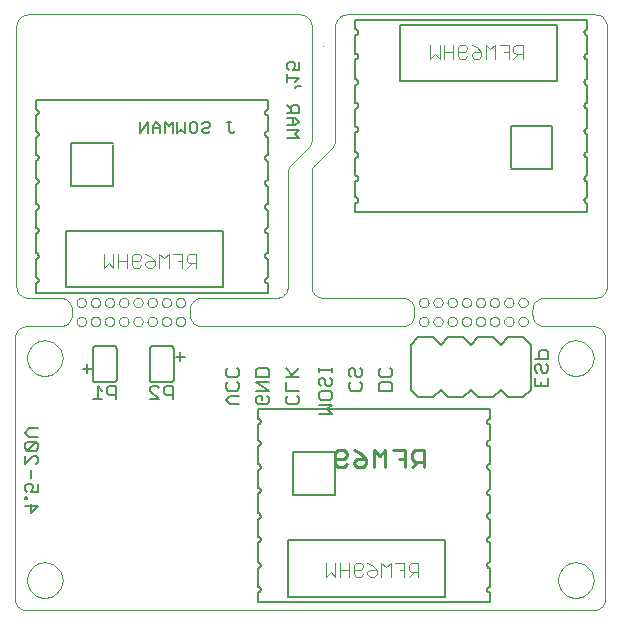
<source format=gbo>
G75*
%MOIN*%
%OFA0B0*%
%FSLAX24Y24*%
%IPPOS*%
%LPD*%
%AMOC8*
5,1,8,0,0,1.08239X$1,22.5*
%
%ADD10C,0.0000*%
%ADD11C,0.0070*%
%ADD12C,0.0110*%
%ADD13C,0.0080*%
%ADD14C,0.0050*%
%ADD15C,0.0040*%
%ADD16C,0.0060*%
D10*
X003717Y001725D02*
X003717Y010398D01*
X003719Y010437D01*
X003725Y010475D01*
X003734Y010512D01*
X003747Y010549D01*
X003764Y010584D01*
X003783Y010617D01*
X003806Y010648D01*
X003832Y010677D01*
X003861Y010703D01*
X003892Y010726D01*
X003925Y010745D01*
X003960Y010762D01*
X003997Y010775D01*
X004034Y010784D01*
X004072Y010790D01*
X004111Y010792D01*
X005225Y010792D01*
X005225Y010791D02*
X005264Y010793D01*
X005302Y010799D01*
X005339Y010808D01*
X005376Y010821D01*
X005411Y010838D01*
X005444Y010857D01*
X005475Y010880D01*
X005504Y010906D01*
X005530Y010935D01*
X005553Y010966D01*
X005572Y010999D01*
X005589Y011034D01*
X005602Y011071D01*
X005611Y011108D01*
X005617Y011146D01*
X005619Y011185D01*
X005618Y011185D02*
X005618Y011264D01*
X005619Y011342D01*
X005776Y011579D02*
X005778Y011604D01*
X005784Y011628D01*
X005793Y011650D01*
X005806Y011671D01*
X005822Y011690D01*
X005841Y011706D01*
X005862Y011719D01*
X005884Y011728D01*
X005908Y011734D01*
X005933Y011736D01*
X005958Y011734D01*
X005982Y011728D01*
X006004Y011719D01*
X006025Y011706D01*
X006044Y011690D01*
X006060Y011671D01*
X006073Y011650D01*
X006082Y011628D01*
X006088Y011604D01*
X006090Y011579D01*
X006088Y011554D01*
X006082Y011530D01*
X006073Y011508D01*
X006060Y011487D01*
X006044Y011468D01*
X006025Y011452D01*
X006004Y011439D01*
X005982Y011430D01*
X005958Y011424D01*
X005933Y011422D01*
X005908Y011424D01*
X005884Y011430D01*
X005862Y011439D01*
X005841Y011452D01*
X005822Y011468D01*
X005806Y011487D01*
X005793Y011508D01*
X005784Y011530D01*
X005778Y011554D01*
X005776Y011579D01*
X005225Y011736D02*
X004161Y011736D01*
X004122Y011738D01*
X004084Y011744D01*
X004047Y011753D01*
X004010Y011766D01*
X003975Y011783D01*
X003942Y011802D01*
X003911Y011825D01*
X003882Y011851D01*
X003856Y011880D01*
X003833Y011911D01*
X003814Y011944D01*
X003797Y011979D01*
X003784Y012016D01*
X003775Y012053D01*
X003769Y012091D01*
X003767Y012130D01*
X003767Y020791D01*
X003769Y020830D01*
X003775Y020868D01*
X003784Y020905D01*
X003797Y020942D01*
X003814Y020977D01*
X003833Y021010D01*
X003856Y021041D01*
X003882Y021070D01*
X003911Y021096D01*
X003942Y021119D01*
X003975Y021138D01*
X004010Y021155D01*
X004047Y021168D01*
X004084Y021177D01*
X004122Y021183D01*
X004161Y021185D01*
X013216Y021185D01*
X013254Y021183D01*
X013293Y021177D01*
X013330Y021168D01*
X013366Y021155D01*
X013401Y021139D01*
X013435Y021119D01*
X013466Y021096D01*
X013494Y021070D01*
X013520Y021041D01*
X013543Y021010D01*
X013563Y020977D01*
X013580Y020942D01*
X013593Y020906D01*
X013602Y020869D01*
X013608Y020831D01*
X013610Y020792D01*
X013609Y020792D02*
X013611Y017017D01*
X013495Y016739D02*
X012939Y016183D01*
X012823Y015904D02*
X012823Y015004D01*
X012822Y012130D01*
X012822Y012129D02*
X012820Y012091D01*
X012814Y012053D01*
X012804Y012016D01*
X012791Y011979D01*
X012775Y011944D01*
X012755Y011911D01*
X012732Y011881D01*
X012706Y011852D01*
X012677Y011826D01*
X012647Y011803D01*
X012613Y011783D01*
X012579Y011767D01*
X012542Y011754D01*
X012505Y011744D01*
X012467Y011738D01*
X012428Y011736D01*
X009949Y011737D01*
X009910Y011735D01*
X009872Y011729D01*
X009835Y011720D01*
X009798Y011707D01*
X009763Y011690D01*
X009730Y011671D01*
X009699Y011648D01*
X009670Y011622D01*
X009644Y011593D01*
X009621Y011562D01*
X009602Y011529D01*
X009585Y011494D01*
X009572Y011457D01*
X009563Y011420D01*
X009557Y011382D01*
X009555Y011343D01*
X009555Y011225D01*
X009555Y011185D01*
X009084Y010949D02*
X009086Y010974D01*
X009092Y010998D01*
X009101Y011020D01*
X009114Y011041D01*
X009130Y011060D01*
X009149Y011076D01*
X009170Y011089D01*
X009192Y011098D01*
X009216Y011104D01*
X009241Y011106D01*
X009266Y011104D01*
X009290Y011098D01*
X009312Y011089D01*
X009333Y011076D01*
X009352Y011060D01*
X009368Y011041D01*
X009381Y011020D01*
X009390Y010998D01*
X009396Y010974D01*
X009398Y010949D01*
X009396Y010924D01*
X009390Y010900D01*
X009381Y010878D01*
X009368Y010857D01*
X009352Y010838D01*
X009333Y010822D01*
X009312Y010809D01*
X009290Y010800D01*
X009266Y010794D01*
X009241Y010792D01*
X009216Y010794D01*
X009192Y010800D01*
X009170Y010809D01*
X009149Y010822D01*
X009130Y010838D01*
X009114Y010857D01*
X009101Y010878D01*
X009092Y010900D01*
X009086Y010924D01*
X009084Y010949D01*
X008611Y010949D02*
X008613Y010974D01*
X008619Y010998D01*
X008628Y011020D01*
X008641Y011041D01*
X008657Y011060D01*
X008676Y011076D01*
X008697Y011089D01*
X008719Y011098D01*
X008743Y011104D01*
X008768Y011106D01*
X008793Y011104D01*
X008817Y011098D01*
X008839Y011089D01*
X008860Y011076D01*
X008879Y011060D01*
X008895Y011041D01*
X008908Y011020D01*
X008917Y010998D01*
X008923Y010974D01*
X008925Y010949D01*
X008923Y010924D01*
X008917Y010900D01*
X008908Y010878D01*
X008895Y010857D01*
X008879Y010838D01*
X008860Y010822D01*
X008839Y010809D01*
X008817Y010800D01*
X008793Y010794D01*
X008768Y010792D01*
X008743Y010794D01*
X008719Y010800D01*
X008697Y010809D01*
X008676Y010822D01*
X008657Y010838D01*
X008641Y010857D01*
X008628Y010878D01*
X008619Y010900D01*
X008613Y010924D01*
X008611Y010949D01*
X008139Y010949D02*
X008141Y010974D01*
X008147Y010998D01*
X008156Y011020D01*
X008169Y011041D01*
X008185Y011060D01*
X008204Y011076D01*
X008225Y011089D01*
X008247Y011098D01*
X008271Y011104D01*
X008296Y011106D01*
X008321Y011104D01*
X008345Y011098D01*
X008367Y011089D01*
X008388Y011076D01*
X008407Y011060D01*
X008423Y011041D01*
X008436Y011020D01*
X008445Y010998D01*
X008451Y010974D01*
X008453Y010949D01*
X008451Y010924D01*
X008445Y010900D01*
X008436Y010878D01*
X008423Y010857D01*
X008407Y010838D01*
X008388Y010822D01*
X008367Y010809D01*
X008345Y010800D01*
X008321Y010794D01*
X008296Y010792D01*
X008271Y010794D01*
X008247Y010800D01*
X008225Y010809D01*
X008204Y010822D01*
X008185Y010838D01*
X008169Y010857D01*
X008156Y010878D01*
X008147Y010900D01*
X008141Y010924D01*
X008139Y010949D01*
X007666Y010949D02*
X007668Y010974D01*
X007674Y010998D01*
X007683Y011020D01*
X007696Y011041D01*
X007712Y011060D01*
X007731Y011076D01*
X007752Y011089D01*
X007774Y011098D01*
X007798Y011104D01*
X007823Y011106D01*
X007848Y011104D01*
X007872Y011098D01*
X007894Y011089D01*
X007915Y011076D01*
X007934Y011060D01*
X007950Y011041D01*
X007963Y011020D01*
X007972Y010998D01*
X007978Y010974D01*
X007980Y010949D01*
X007978Y010924D01*
X007972Y010900D01*
X007963Y010878D01*
X007950Y010857D01*
X007934Y010838D01*
X007915Y010822D01*
X007894Y010809D01*
X007872Y010800D01*
X007848Y010794D01*
X007823Y010792D01*
X007798Y010794D01*
X007774Y010800D01*
X007752Y010809D01*
X007731Y010822D01*
X007712Y010838D01*
X007696Y010857D01*
X007683Y010878D01*
X007674Y010900D01*
X007668Y010924D01*
X007666Y010949D01*
X007194Y010949D02*
X007196Y010974D01*
X007202Y010998D01*
X007211Y011020D01*
X007224Y011041D01*
X007240Y011060D01*
X007259Y011076D01*
X007280Y011089D01*
X007302Y011098D01*
X007326Y011104D01*
X007351Y011106D01*
X007376Y011104D01*
X007400Y011098D01*
X007422Y011089D01*
X007443Y011076D01*
X007462Y011060D01*
X007478Y011041D01*
X007491Y011020D01*
X007500Y010998D01*
X007506Y010974D01*
X007508Y010949D01*
X007506Y010924D01*
X007500Y010900D01*
X007491Y010878D01*
X007478Y010857D01*
X007462Y010838D01*
X007443Y010822D01*
X007422Y010809D01*
X007400Y010800D01*
X007376Y010794D01*
X007351Y010792D01*
X007326Y010794D01*
X007302Y010800D01*
X007280Y010809D01*
X007259Y010822D01*
X007240Y010838D01*
X007224Y010857D01*
X007211Y010878D01*
X007202Y010900D01*
X007196Y010924D01*
X007194Y010949D01*
X006721Y010949D02*
X006723Y010974D01*
X006729Y010998D01*
X006738Y011020D01*
X006751Y011041D01*
X006767Y011060D01*
X006786Y011076D01*
X006807Y011089D01*
X006829Y011098D01*
X006853Y011104D01*
X006878Y011106D01*
X006903Y011104D01*
X006927Y011098D01*
X006949Y011089D01*
X006970Y011076D01*
X006989Y011060D01*
X007005Y011041D01*
X007018Y011020D01*
X007027Y010998D01*
X007033Y010974D01*
X007035Y010949D01*
X007033Y010924D01*
X007027Y010900D01*
X007018Y010878D01*
X007005Y010857D01*
X006989Y010838D01*
X006970Y010822D01*
X006949Y010809D01*
X006927Y010800D01*
X006903Y010794D01*
X006878Y010792D01*
X006853Y010794D01*
X006829Y010800D01*
X006807Y010809D01*
X006786Y010822D01*
X006767Y010838D01*
X006751Y010857D01*
X006738Y010878D01*
X006729Y010900D01*
X006723Y010924D01*
X006721Y010949D01*
X006249Y010949D02*
X006251Y010974D01*
X006257Y010998D01*
X006266Y011020D01*
X006279Y011041D01*
X006295Y011060D01*
X006314Y011076D01*
X006335Y011089D01*
X006357Y011098D01*
X006381Y011104D01*
X006406Y011106D01*
X006431Y011104D01*
X006455Y011098D01*
X006477Y011089D01*
X006498Y011076D01*
X006517Y011060D01*
X006533Y011041D01*
X006546Y011020D01*
X006555Y010998D01*
X006561Y010974D01*
X006563Y010949D01*
X006561Y010924D01*
X006555Y010900D01*
X006546Y010878D01*
X006533Y010857D01*
X006517Y010838D01*
X006498Y010822D01*
X006477Y010809D01*
X006455Y010800D01*
X006431Y010794D01*
X006406Y010792D01*
X006381Y010794D01*
X006357Y010800D01*
X006335Y010809D01*
X006314Y010822D01*
X006295Y010838D01*
X006279Y010857D01*
X006266Y010878D01*
X006257Y010900D01*
X006251Y010924D01*
X006249Y010949D01*
X005776Y010949D02*
X005778Y010974D01*
X005784Y010998D01*
X005793Y011020D01*
X005806Y011041D01*
X005822Y011060D01*
X005841Y011076D01*
X005862Y011089D01*
X005884Y011098D01*
X005908Y011104D01*
X005933Y011106D01*
X005958Y011104D01*
X005982Y011098D01*
X006004Y011089D01*
X006025Y011076D01*
X006044Y011060D01*
X006060Y011041D01*
X006073Y011020D01*
X006082Y010998D01*
X006088Y010974D01*
X006090Y010949D01*
X006088Y010924D01*
X006082Y010900D01*
X006073Y010878D01*
X006060Y010857D01*
X006044Y010838D01*
X006025Y010822D01*
X006004Y010809D01*
X005982Y010800D01*
X005958Y010794D01*
X005933Y010792D01*
X005908Y010794D01*
X005884Y010800D01*
X005862Y010809D01*
X005841Y010822D01*
X005822Y010838D01*
X005806Y010857D01*
X005793Y010878D01*
X005784Y010900D01*
X005778Y010924D01*
X005776Y010949D01*
X005619Y011343D02*
X005617Y011381D01*
X005611Y011420D01*
X005602Y011457D01*
X005589Y011494D01*
X005573Y011529D01*
X005553Y011562D01*
X005530Y011593D01*
X005504Y011622D01*
X005475Y011648D01*
X005444Y011671D01*
X005411Y011690D01*
X005376Y011707D01*
X005339Y011720D01*
X005302Y011729D01*
X005264Y011735D01*
X005225Y011737D01*
X006249Y011579D02*
X006251Y011604D01*
X006257Y011628D01*
X006266Y011650D01*
X006279Y011671D01*
X006295Y011690D01*
X006314Y011706D01*
X006335Y011719D01*
X006357Y011728D01*
X006381Y011734D01*
X006406Y011736D01*
X006431Y011734D01*
X006455Y011728D01*
X006477Y011719D01*
X006498Y011706D01*
X006517Y011690D01*
X006533Y011671D01*
X006546Y011650D01*
X006555Y011628D01*
X006561Y011604D01*
X006563Y011579D01*
X006561Y011554D01*
X006555Y011530D01*
X006546Y011508D01*
X006533Y011487D01*
X006517Y011468D01*
X006498Y011452D01*
X006477Y011439D01*
X006455Y011430D01*
X006431Y011424D01*
X006406Y011422D01*
X006381Y011424D01*
X006357Y011430D01*
X006335Y011439D01*
X006314Y011452D01*
X006295Y011468D01*
X006279Y011487D01*
X006266Y011508D01*
X006257Y011530D01*
X006251Y011554D01*
X006249Y011579D01*
X006721Y011579D02*
X006723Y011604D01*
X006729Y011628D01*
X006738Y011650D01*
X006751Y011671D01*
X006767Y011690D01*
X006786Y011706D01*
X006807Y011719D01*
X006829Y011728D01*
X006853Y011734D01*
X006878Y011736D01*
X006903Y011734D01*
X006927Y011728D01*
X006949Y011719D01*
X006970Y011706D01*
X006989Y011690D01*
X007005Y011671D01*
X007018Y011650D01*
X007027Y011628D01*
X007033Y011604D01*
X007035Y011579D01*
X007033Y011554D01*
X007027Y011530D01*
X007018Y011508D01*
X007005Y011487D01*
X006989Y011468D01*
X006970Y011452D01*
X006949Y011439D01*
X006927Y011430D01*
X006903Y011424D01*
X006878Y011422D01*
X006853Y011424D01*
X006829Y011430D01*
X006807Y011439D01*
X006786Y011452D01*
X006767Y011468D01*
X006751Y011487D01*
X006738Y011508D01*
X006729Y011530D01*
X006723Y011554D01*
X006721Y011579D01*
X007194Y011579D02*
X007196Y011604D01*
X007202Y011628D01*
X007211Y011650D01*
X007224Y011671D01*
X007240Y011690D01*
X007259Y011706D01*
X007280Y011719D01*
X007302Y011728D01*
X007326Y011734D01*
X007351Y011736D01*
X007376Y011734D01*
X007400Y011728D01*
X007422Y011719D01*
X007443Y011706D01*
X007462Y011690D01*
X007478Y011671D01*
X007491Y011650D01*
X007500Y011628D01*
X007506Y011604D01*
X007508Y011579D01*
X007506Y011554D01*
X007500Y011530D01*
X007491Y011508D01*
X007478Y011487D01*
X007462Y011468D01*
X007443Y011452D01*
X007422Y011439D01*
X007400Y011430D01*
X007376Y011424D01*
X007351Y011422D01*
X007326Y011424D01*
X007302Y011430D01*
X007280Y011439D01*
X007259Y011452D01*
X007240Y011468D01*
X007224Y011487D01*
X007211Y011508D01*
X007202Y011530D01*
X007196Y011554D01*
X007194Y011579D01*
X007666Y011579D02*
X007668Y011604D01*
X007674Y011628D01*
X007683Y011650D01*
X007696Y011671D01*
X007712Y011690D01*
X007731Y011706D01*
X007752Y011719D01*
X007774Y011728D01*
X007798Y011734D01*
X007823Y011736D01*
X007848Y011734D01*
X007872Y011728D01*
X007894Y011719D01*
X007915Y011706D01*
X007934Y011690D01*
X007950Y011671D01*
X007963Y011650D01*
X007972Y011628D01*
X007978Y011604D01*
X007980Y011579D01*
X007978Y011554D01*
X007972Y011530D01*
X007963Y011508D01*
X007950Y011487D01*
X007934Y011468D01*
X007915Y011452D01*
X007894Y011439D01*
X007872Y011430D01*
X007848Y011424D01*
X007823Y011422D01*
X007798Y011424D01*
X007774Y011430D01*
X007752Y011439D01*
X007731Y011452D01*
X007712Y011468D01*
X007696Y011487D01*
X007683Y011508D01*
X007674Y011530D01*
X007668Y011554D01*
X007666Y011579D01*
X008139Y011579D02*
X008141Y011604D01*
X008147Y011628D01*
X008156Y011650D01*
X008169Y011671D01*
X008185Y011690D01*
X008204Y011706D01*
X008225Y011719D01*
X008247Y011728D01*
X008271Y011734D01*
X008296Y011736D01*
X008321Y011734D01*
X008345Y011728D01*
X008367Y011719D01*
X008388Y011706D01*
X008407Y011690D01*
X008423Y011671D01*
X008436Y011650D01*
X008445Y011628D01*
X008451Y011604D01*
X008453Y011579D01*
X008451Y011554D01*
X008445Y011530D01*
X008436Y011508D01*
X008423Y011487D01*
X008407Y011468D01*
X008388Y011452D01*
X008367Y011439D01*
X008345Y011430D01*
X008321Y011424D01*
X008296Y011422D01*
X008271Y011424D01*
X008247Y011430D01*
X008225Y011439D01*
X008204Y011452D01*
X008185Y011468D01*
X008169Y011487D01*
X008156Y011508D01*
X008147Y011530D01*
X008141Y011554D01*
X008139Y011579D01*
X008611Y011579D02*
X008613Y011604D01*
X008619Y011628D01*
X008628Y011650D01*
X008641Y011671D01*
X008657Y011690D01*
X008676Y011706D01*
X008697Y011719D01*
X008719Y011728D01*
X008743Y011734D01*
X008768Y011736D01*
X008793Y011734D01*
X008817Y011728D01*
X008839Y011719D01*
X008860Y011706D01*
X008879Y011690D01*
X008895Y011671D01*
X008908Y011650D01*
X008917Y011628D01*
X008923Y011604D01*
X008925Y011579D01*
X008923Y011554D01*
X008917Y011530D01*
X008908Y011508D01*
X008895Y011487D01*
X008879Y011468D01*
X008860Y011452D01*
X008839Y011439D01*
X008817Y011430D01*
X008793Y011424D01*
X008768Y011422D01*
X008743Y011424D01*
X008719Y011430D01*
X008697Y011439D01*
X008676Y011452D01*
X008657Y011468D01*
X008641Y011487D01*
X008628Y011508D01*
X008619Y011530D01*
X008613Y011554D01*
X008611Y011579D01*
X009084Y011579D02*
X009086Y011604D01*
X009092Y011628D01*
X009101Y011650D01*
X009114Y011671D01*
X009130Y011690D01*
X009149Y011706D01*
X009170Y011719D01*
X009192Y011728D01*
X009216Y011734D01*
X009241Y011736D01*
X009266Y011734D01*
X009290Y011728D01*
X009312Y011719D01*
X009333Y011706D01*
X009352Y011690D01*
X009368Y011671D01*
X009381Y011650D01*
X009390Y011628D01*
X009396Y011604D01*
X009398Y011579D01*
X009396Y011554D01*
X009390Y011530D01*
X009381Y011508D01*
X009368Y011487D01*
X009352Y011468D01*
X009333Y011452D01*
X009312Y011439D01*
X009290Y011430D01*
X009266Y011424D01*
X009241Y011422D01*
X009216Y011424D01*
X009192Y011430D01*
X009170Y011439D01*
X009149Y011452D01*
X009130Y011468D01*
X009114Y011487D01*
X009101Y011508D01*
X009092Y011530D01*
X009086Y011554D01*
X009084Y011579D01*
X009555Y011185D02*
X009557Y011146D01*
X009563Y011108D01*
X009572Y011071D01*
X009585Y011034D01*
X009602Y010999D01*
X009621Y010966D01*
X009644Y010935D01*
X009670Y010906D01*
X009699Y010880D01*
X009730Y010857D01*
X009763Y010838D01*
X009798Y010821D01*
X009835Y010808D01*
X009872Y010799D01*
X009910Y010793D01*
X009949Y010791D01*
X009949Y010792D02*
X016642Y010792D01*
X016642Y010791D02*
X016681Y010793D01*
X016719Y010799D01*
X016756Y010808D01*
X016793Y010821D01*
X016828Y010838D01*
X016861Y010857D01*
X016892Y010880D01*
X016921Y010906D01*
X016947Y010935D01*
X016970Y010966D01*
X016989Y010999D01*
X017006Y011034D01*
X017019Y011071D01*
X017028Y011108D01*
X017034Y011146D01*
X017036Y011185D01*
X017036Y011225D01*
X017036Y011304D01*
X017036Y011343D01*
X017034Y011382D01*
X017028Y011420D01*
X017019Y011457D01*
X017006Y011494D01*
X016989Y011529D01*
X016970Y011562D01*
X016947Y011593D01*
X016921Y011622D01*
X016892Y011648D01*
X016861Y011671D01*
X016828Y011690D01*
X016793Y011707D01*
X016756Y011720D01*
X016719Y011729D01*
X016681Y011735D01*
X016642Y011737D01*
X014004Y011737D01*
X014004Y011736D02*
X013965Y011738D01*
X013927Y011744D01*
X013890Y011753D01*
X013853Y011766D01*
X013818Y011783D01*
X013785Y011802D01*
X013754Y011825D01*
X013725Y011851D01*
X013699Y011880D01*
X013676Y011911D01*
X013657Y011944D01*
X013640Y011979D01*
X013627Y012016D01*
X013618Y012053D01*
X013612Y012091D01*
X013610Y012130D01*
X013611Y012130D02*
X013611Y015904D01*
X013610Y015904D02*
X013612Y015943D01*
X013618Y015981D01*
X013627Y016018D01*
X013640Y016055D01*
X013657Y016090D01*
X013676Y016123D01*
X013699Y016154D01*
X013725Y016183D01*
X013726Y016183D02*
X014283Y016739D01*
X014398Y017018D02*
X014398Y020792D01*
X014400Y020831D01*
X014406Y020869D01*
X014415Y020906D01*
X014428Y020943D01*
X014445Y020978D01*
X014464Y021011D01*
X014487Y021042D01*
X014513Y021071D01*
X014542Y021097D01*
X014573Y021120D01*
X014606Y021139D01*
X014641Y021156D01*
X014678Y021169D01*
X014715Y021178D01*
X014753Y021184D01*
X014792Y021186D01*
X014792Y021185D02*
X023059Y021185D01*
X023059Y021186D02*
X023098Y021184D01*
X023136Y021178D01*
X023173Y021169D01*
X023210Y021156D01*
X023245Y021139D01*
X023278Y021120D01*
X023309Y021097D01*
X023338Y021071D01*
X023364Y021042D01*
X023387Y021011D01*
X023406Y020978D01*
X023423Y020943D01*
X023436Y020906D01*
X023445Y020869D01*
X023451Y020831D01*
X023453Y020792D01*
X023453Y012130D01*
X023451Y012091D01*
X023445Y012053D01*
X023436Y012016D01*
X023423Y011979D01*
X023406Y011944D01*
X023387Y011911D01*
X023364Y011880D01*
X023338Y011851D01*
X023309Y011825D01*
X023278Y011802D01*
X023245Y011783D01*
X023210Y011766D01*
X023173Y011753D01*
X023136Y011744D01*
X023098Y011738D01*
X023059Y011736D01*
X023059Y011737D02*
X021367Y011737D01*
X021328Y011735D01*
X021290Y011729D01*
X021253Y011720D01*
X021216Y011707D01*
X021181Y011690D01*
X021148Y011671D01*
X021117Y011648D01*
X021088Y011622D01*
X021062Y011593D01*
X021039Y011562D01*
X021020Y011529D01*
X021003Y011494D01*
X020990Y011457D01*
X020981Y011420D01*
X020975Y011382D01*
X020973Y011343D01*
X020973Y011304D01*
X020973Y011185D01*
X020501Y010949D02*
X020503Y010974D01*
X020509Y010998D01*
X020518Y011020D01*
X020531Y011041D01*
X020547Y011060D01*
X020566Y011076D01*
X020587Y011089D01*
X020609Y011098D01*
X020633Y011104D01*
X020658Y011106D01*
X020683Y011104D01*
X020707Y011098D01*
X020729Y011089D01*
X020750Y011076D01*
X020769Y011060D01*
X020785Y011041D01*
X020798Y011020D01*
X020807Y010998D01*
X020813Y010974D01*
X020815Y010949D01*
X020813Y010924D01*
X020807Y010900D01*
X020798Y010878D01*
X020785Y010857D01*
X020769Y010838D01*
X020750Y010822D01*
X020729Y010809D01*
X020707Y010800D01*
X020683Y010794D01*
X020658Y010792D01*
X020633Y010794D01*
X020609Y010800D01*
X020587Y010809D01*
X020566Y010822D01*
X020547Y010838D01*
X020531Y010857D01*
X020518Y010878D01*
X020509Y010900D01*
X020503Y010924D01*
X020501Y010949D01*
X020028Y010949D02*
X020030Y010974D01*
X020036Y010998D01*
X020045Y011020D01*
X020058Y011041D01*
X020074Y011060D01*
X020093Y011076D01*
X020114Y011089D01*
X020136Y011098D01*
X020160Y011104D01*
X020185Y011106D01*
X020210Y011104D01*
X020234Y011098D01*
X020256Y011089D01*
X020277Y011076D01*
X020296Y011060D01*
X020312Y011041D01*
X020325Y011020D01*
X020334Y010998D01*
X020340Y010974D01*
X020342Y010949D01*
X020340Y010924D01*
X020334Y010900D01*
X020325Y010878D01*
X020312Y010857D01*
X020296Y010838D01*
X020277Y010822D01*
X020256Y010809D01*
X020234Y010800D01*
X020210Y010794D01*
X020185Y010792D01*
X020160Y010794D01*
X020136Y010800D01*
X020114Y010809D01*
X020093Y010822D01*
X020074Y010838D01*
X020058Y010857D01*
X020045Y010878D01*
X020036Y010900D01*
X020030Y010924D01*
X020028Y010949D01*
X019556Y010949D02*
X019558Y010974D01*
X019564Y010998D01*
X019573Y011020D01*
X019586Y011041D01*
X019602Y011060D01*
X019621Y011076D01*
X019642Y011089D01*
X019664Y011098D01*
X019688Y011104D01*
X019713Y011106D01*
X019738Y011104D01*
X019762Y011098D01*
X019784Y011089D01*
X019805Y011076D01*
X019824Y011060D01*
X019840Y011041D01*
X019853Y011020D01*
X019862Y010998D01*
X019868Y010974D01*
X019870Y010949D01*
X019868Y010924D01*
X019862Y010900D01*
X019853Y010878D01*
X019840Y010857D01*
X019824Y010838D01*
X019805Y010822D01*
X019784Y010809D01*
X019762Y010800D01*
X019738Y010794D01*
X019713Y010792D01*
X019688Y010794D01*
X019664Y010800D01*
X019642Y010809D01*
X019621Y010822D01*
X019602Y010838D01*
X019586Y010857D01*
X019573Y010878D01*
X019564Y010900D01*
X019558Y010924D01*
X019556Y010949D01*
X019084Y010949D02*
X019086Y010974D01*
X019092Y010998D01*
X019101Y011020D01*
X019114Y011041D01*
X019130Y011060D01*
X019149Y011076D01*
X019170Y011089D01*
X019192Y011098D01*
X019216Y011104D01*
X019241Y011106D01*
X019266Y011104D01*
X019290Y011098D01*
X019312Y011089D01*
X019333Y011076D01*
X019352Y011060D01*
X019368Y011041D01*
X019381Y011020D01*
X019390Y010998D01*
X019396Y010974D01*
X019398Y010949D01*
X019396Y010924D01*
X019390Y010900D01*
X019381Y010878D01*
X019368Y010857D01*
X019352Y010838D01*
X019333Y010822D01*
X019312Y010809D01*
X019290Y010800D01*
X019266Y010794D01*
X019241Y010792D01*
X019216Y010794D01*
X019192Y010800D01*
X019170Y010809D01*
X019149Y010822D01*
X019130Y010838D01*
X019114Y010857D01*
X019101Y010878D01*
X019092Y010900D01*
X019086Y010924D01*
X019084Y010949D01*
X018611Y010949D02*
X018613Y010974D01*
X018619Y010998D01*
X018628Y011020D01*
X018641Y011041D01*
X018657Y011060D01*
X018676Y011076D01*
X018697Y011089D01*
X018719Y011098D01*
X018743Y011104D01*
X018768Y011106D01*
X018793Y011104D01*
X018817Y011098D01*
X018839Y011089D01*
X018860Y011076D01*
X018879Y011060D01*
X018895Y011041D01*
X018908Y011020D01*
X018917Y010998D01*
X018923Y010974D01*
X018925Y010949D01*
X018923Y010924D01*
X018917Y010900D01*
X018908Y010878D01*
X018895Y010857D01*
X018879Y010838D01*
X018860Y010822D01*
X018839Y010809D01*
X018817Y010800D01*
X018793Y010794D01*
X018768Y010792D01*
X018743Y010794D01*
X018719Y010800D01*
X018697Y010809D01*
X018676Y010822D01*
X018657Y010838D01*
X018641Y010857D01*
X018628Y010878D01*
X018619Y010900D01*
X018613Y010924D01*
X018611Y010949D01*
X018139Y010949D02*
X018141Y010974D01*
X018147Y010998D01*
X018156Y011020D01*
X018169Y011041D01*
X018185Y011060D01*
X018204Y011076D01*
X018225Y011089D01*
X018247Y011098D01*
X018271Y011104D01*
X018296Y011106D01*
X018321Y011104D01*
X018345Y011098D01*
X018367Y011089D01*
X018388Y011076D01*
X018407Y011060D01*
X018423Y011041D01*
X018436Y011020D01*
X018445Y010998D01*
X018451Y010974D01*
X018453Y010949D01*
X018451Y010924D01*
X018445Y010900D01*
X018436Y010878D01*
X018423Y010857D01*
X018407Y010838D01*
X018388Y010822D01*
X018367Y010809D01*
X018345Y010800D01*
X018321Y010794D01*
X018296Y010792D01*
X018271Y010794D01*
X018247Y010800D01*
X018225Y010809D01*
X018204Y010822D01*
X018185Y010838D01*
X018169Y010857D01*
X018156Y010878D01*
X018147Y010900D01*
X018141Y010924D01*
X018139Y010949D01*
X017666Y010949D02*
X017668Y010974D01*
X017674Y010998D01*
X017683Y011020D01*
X017696Y011041D01*
X017712Y011060D01*
X017731Y011076D01*
X017752Y011089D01*
X017774Y011098D01*
X017798Y011104D01*
X017823Y011106D01*
X017848Y011104D01*
X017872Y011098D01*
X017894Y011089D01*
X017915Y011076D01*
X017934Y011060D01*
X017950Y011041D01*
X017963Y011020D01*
X017972Y010998D01*
X017978Y010974D01*
X017980Y010949D01*
X017978Y010924D01*
X017972Y010900D01*
X017963Y010878D01*
X017950Y010857D01*
X017934Y010838D01*
X017915Y010822D01*
X017894Y010809D01*
X017872Y010800D01*
X017848Y010794D01*
X017823Y010792D01*
X017798Y010794D01*
X017774Y010800D01*
X017752Y010809D01*
X017731Y010822D01*
X017712Y010838D01*
X017696Y010857D01*
X017683Y010878D01*
X017674Y010900D01*
X017668Y010924D01*
X017666Y010949D01*
X017194Y010949D02*
X017196Y010974D01*
X017202Y010998D01*
X017211Y011020D01*
X017224Y011041D01*
X017240Y011060D01*
X017259Y011076D01*
X017280Y011089D01*
X017302Y011098D01*
X017326Y011104D01*
X017351Y011106D01*
X017376Y011104D01*
X017400Y011098D01*
X017422Y011089D01*
X017443Y011076D01*
X017462Y011060D01*
X017478Y011041D01*
X017491Y011020D01*
X017500Y010998D01*
X017506Y010974D01*
X017508Y010949D01*
X017506Y010924D01*
X017500Y010900D01*
X017491Y010878D01*
X017478Y010857D01*
X017462Y010838D01*
X017443Y010822D01*
X017422Y010809D01*
X017400Y010800D01*
X017376Y010794D01*
X017351Y010792D01*
X017326Y010794D01*
X017302Y010800D01*
X017280Y010809D01*
X017259Y010822D01*
X017240Y010838D01*
X017224Y010857D01*
X017211Y010878D01*
X017202Y010900D01*
X017196Y010924D01*
X017194Y010949D01*
X017194Y011579D02*
X017196Y011604D01*
X017202Y011628D01*
X017211Y011650D01*
X017224Y011671D01*
X017240Y011690D01*
X017259Y011706D01*
X017280Y011719D01*
X017302Y011728D01*
X017326Y011734D01*
X017351Y011736D01*
X017376Y011734D01*
X017400Y011728D01*
X017422Y011719D01*
X017443Y011706D01*
X017462Y011690D01*
X017478Y011671D01*
X017491Y011650D01*
X017500Y011628D01*
X017506Y011604D01*
X017508Y011579D01*
X017506Y011554D01*
X017500Y011530D01*
X017491Y011508D01*
X017478Y011487D01*
X017462Y011468D01*
X017443Y011452D01*
X017422Y011439D01*
X017400Y011430D01*
X017376Y011424D01*
X017351Y011422D01*
X017326Y011424D01*
X017302Y011430D01*
X017280Y011439D01*
X017259Y011452D01*
X017240Y011468D01*
X017224Y011487D01*
X017211Y011508D01*
X017202Y011530D01*
X017196Y011554D01*
X017194Y011579D01*
X017666Y011579D02*
X017668Y011604D01*
X017674Y011628D01*
X017683Y011650D01*
X017696Y011671D01*
X017712Y011690D01*
X017731Y011706D01*
X017752Y011719D01*
X017774Y011728D01*
X017798Y011734D01*
X017823Y011736D01*
X017848Y011734D01*
X017872Y011728D01*
X017894Y011719D01*
X017915Y011706D01*
X017934Y011690D01*
X017950Y011671D01*
X017963Y011650D01*
X017972Y011628D01*
X017978Y011604D01*
X017980Y011579D01*
X017978Y011554D01*
X017972Y011530D01*
X017963Y011508D01*
X017950Y011487D01*
X017934Y011468D01*
X017915Y011452D01*
X017894Y011439D01*
X017872Y011430D01*
X017848Y011424D01*
X017823Y011422D01*
X017798Y011424D01*
X017774Y011430D01*
X017752Y011439D01*
X017731Y011452D01*
X017712Y011468D01*
X017696Y011487D01*
X017683Y011508D01*
X017674Y011530D01*
X017668Y011554D01*
X017666Y011579D01*
X018139Y011579D02*
X018141Y011604D01*
X018147Y011628D01*
X018156Y011650D01*
X018169Y011671D01*
X018185Y011690D01*
X018204Y011706D01*
X018225Y011719D01*
X018247Y011728D01*
X018271Y011734D01*
X018296Y011736D01*
X018321Y011734D01*
X018345Y011728D01*
X018367Y011719D01*
X018388Y011706D01*
X018407Y011690D01*
X018423Y011671D01*
X018436Y011650D01*
X018445Y011628D01*
X018451Y011604D01*
X018453Y011579D01*
X018451Y011554D01*
X018445Y011530D01*
X018436Y011508D01*
X018423Y011487D01*
X018407Y011468D01*
X018388Y011452D01*
X018367Y011439D01*
X018345Y011430D01*
X018321Y011424D01*
X018296Y011422D01*
X018271Y011424D01*
X018247Y011430D01*
X018225Y011439D01*
X018204Y011452D01*
X018185Y011468D01*
X018169Y011487D01*
X018156Y011508D01*
X018147Y011530D01*
X018141Y011554D01*
X018139Y011579D01*
X018611Y011579D02*
X018613Y011604D01*
X018619Y011628D01*
X018628Y011650D01*
X018641Y011671D01*
X018657Y011690D01*
X018676Y011706D01*
X018697Y011719D01*
X018719Y011728D01*
X018743Y011734D01*
X018768Y011736D01*
X018793Y011734D01*
X018817Y011728D01*
X018839Y011719D01*
X018860Y011706D01*
X018879Y011690D01*
X018895Y011671D01*
X018908Y011650D01*
X018917Y011628D01*
X018923Y011604D01*
X018925Y011579D01*
X018923Y011554D01*
X018917Y011530D01*
X018908Y011508D01*
X018895Y011487D01*
X018879Y011468D01*
X018860Y011452D01*
X018839Y011439D01*
X018817Y011430D01*
X018793Y011424D01*
X018768Y011422D01*
X018743Y011424D01*
X018719Y011430D01*
X018697Y011439D01*
X018676Y011452D01*
X018657Y011468D01*
X018641Y011487D01*
X018628Y011508D01*
X018619Y011530D01*
X018613Y011554D01*
X018611Y011579D01*
X019084Y011579D02*
X019086Y011604D01*
X019092Y011628D01*
X019101Y011650D01*
X019114Y011671D01*
X019130Y011690D01*
X019149Y011706D01*
X019170Y011719D01*
X019192Y011728D01*
X019216Y011734D01*
X019241Y011736D01*
X019266Y011734D01*
X019290Y011728D01*
X019312Y011719D01*
X019333Y011706D01*
X019352Y011690D01*
X019368Y011671D01*
X019381Y011650D01*
X019390Y011628D01*
X019396Y011604D01*
X019398Y011579D01*
X019396Y011554D01*
X019390Y011530D01*
X019381Y011508D01*
X019368Y011487D01*
X019352Y011468D01*
X019333Y011452D01*
X019312Y011439D01*
X019290Y011430D01*
X019266Y011424D01*
X019241Y011422D01*
X019216Y011424D01*
X019192Y011430D01*
X019170Y011439D01*
X019149Y011452D01*
X019130Y011468D01*
X019114Y011487D01*
X019101Y011508D01*
X019092Y011530D01*
X019086Y011554D01*
X019084Y011579D01*
X019556Y011579D02*
X019558Y011604D01*
X019564Y011628D01*
X019573Y011650D01*
X019586Y011671D01*
X019602Y011690D01*
X019621Y011706D01*
X019642Y011719D01*
X019664Y011728D01*
X019688Y011734D01*
X019713Y011736D01*
X019738Y011734D01*
X019762Y011728D01*
X019784Y011719D01*
X019805Y011706D01*
X019824Y011690D01*
X019840Y011671D01*
X019853Y011650D01*
X019862Y011628D01*
X019868Y011604D01*
X019870Y011579D01*
X019868Y011554D01*
X019862Y011530D01*
X019853Y011508D01*
X019840Y011487D01*
X019824Y011468D01*
X019805Y011452D01*
X019784Y011439D01*
X019762Y011430D01*
X019738Y011424D01*
X019713Y011422D01*
X019688Y011424D01*
X019664Y011430D01*
X019642Y011439D01*
X019621Y011452D01*
X019602Y011468D01*
X019586Y011487D01*
X019573Y011508D01*
X019564Y011530D01*
X019558Y011554D01*
X019556Y011579D01*
X020028Y011579D02*
X020030Y011604D01*
X020036Y011628D01*
X020045Y011650D01*
X020058Y011671D01*
X020074Y011690D01*
X020093Y011706D01*
X020114Y011719D01*
X020136Y011728D01*
X020160Y011734D01*
X020185Y011736D01*
X020210Y011734D01*
X020234Y011728D01*
X020256Y011719D01*
X020277Y011706D01*
X020296Y011690D01*
X020312Y011671D01*
X020325Y011650D01*
X020334Y011628D01*
X020340Y011604D01*
X020342Y011579D01*
X020340Y011554D01*
X020334Y011530D01*
X020325Y011508D01*
X020312Y011487D01*
X020296Y011468D01*
X020277Y011452D01*
X020256Y011439D01*
X020234Y011430D01*
X020210Y011424D01*
X020185Y011422D01*
X020160Y011424D01*
X020136Y011430D01*
X020114Y011439D01*
X020093Y011452D01*
X020074Y011468D01*
X020058Y011487D01*
X020045Y011508D01*
X020036Y011530D01*
X020030Y011554D01*
X020028Y011579D01*
X020501Y011579D02*
X020503Y011604D01*
X020509Y011628D01*
X020518Y011650D01*
X020531Y011671D01*
X020547Y011690D01*
X020566Y011706D01*
X020587Y011719D01*
X020609Y011728D01*
X020633Y011734D01*
X020658Y011736D01*
X020683Y011734D01*
X020707Y011728D01*
X020729Y011719D01*
X020750Y011706D01*
X020769Y011690D01*
X020785Y011671D01*
X020798Y011650D01*
X020807Y011628D01*
X020813Y011604D01*
X020815Y011579D01*
X020813Y011554D01*
X020807Y011530D01*
X020798Y011508D01*
X020785Y011487D01*
X020769Y011468D01*
X020750Y011452D01*
X020729Y011439D01*
X020707Y011430D01*
X020683Y011424D01*
X020658Y011422D01*
X020633Y011424D01*
X020609Y011430D01*
X020587Y011439D01*
X020566Y011452D01*
X020547Y011468D01*
X020531Y011487D01*
X020518Y011508D01*
X020509Y011530D01*
X020503Y011554D01*
X020501Y011579D01*
X020973Y011185D02*
X020975Y011146D01*
X020981Y011108D01*
X020990Y011071D01*
X021003Y011034D01*
X021020Y010999D01*
X021039Y010966D01*
X021062Y010935D01*
X021088Y010906D01*
X021117Y010880D01*
X021148Y010857D01*
X021181Y010838D01*
X021216Y010821D01*
X021253Y010808D01*
X021290Y010799D01*
X021328Y010793D01*
X021367Y010791D01*
X021367Y010792D02*
X023008Y010792D01*
X023047Y010790D01*
X023085Y010784D01*
X023122Y010775D01*
X023159Y010762D01*
X023194Y010745D01*
X023227Y010726D01*
X023258Y010703D01*
X023287Y010677D01*
X023313Y010648D01*
X023336Y010617D01*
X023355Y010584D01*
X023372Y010549D01*
X023385Y010512D01*
X023394Y010475D01*
X023400Y010437D01*
X023402Y010398D01*
X023402Y001725D01*
X023400Y001686D01*
X023394Y001648D01*
X023385Y001611D01*
X023372Y001574D01*
X023355Y001539D01*
X023336Y001506D01*
X023313Y001475D01*
X023287Y001446D01*
X023258Y001420D01*
X023227Y001397D01*
X023194Y001378D01*
X023159Y001361D01*
X023122Y001348D01*
X023085Y001339D01*
X023047Y001333D01*
X023008Y001331D01*
X004111Y001331D01*
X004072Y001333D01*
X004034Y001339D01*
X003997Y001348D01*
X003960Y001361D01*
X003925Y001378D01*
X003892Y001397D01*
X003861Y001420D01*
X003832Y001446D01*
X003806Y001475D01*
X003783Y001506D01*
X003764Y001539D01*
X003747Y001574D01*
X003734Y001611D01*
X003725Y001648D01*
X003719Y001686D01*
X003717Y001725D01*
X004126Y002331D02*
X004128Y002379D01*
X004134Y002427D01*
X004144Y002474D01*
X004157Y002520D01*
X004175Y002565D01*
X004195Y002609D01*
X004220Y002651D01*
X004248Y002690D01*
X004278Y002727D01*
X004312Y002761D01*
X004349Y002793D01*
X004387Y002822D01*
X004428Y002847D01*
X004471Y002869D01*
X004516Y002887D01*
X004562Y002901D01*
X004609Y002912D01*
X004657Y002919D01*
X004705Y002922D01*
X004753Y002921D01*
X004801Y002916D01*
X004849Y002907D01*
X004895Y002895D01*
X004940Y002878D01*
X004984Y002858D01*
X005026Y002835D01*
X005066Y002808D01*
X005104Y002778D01*
X005139Y002745D01*
X005171Y002709D01*
X005201Y002671D01*
X005227Y002630D01*
X005249Y002587D01*
X005269Y002543D01*
X005284Y002498D01*
X005296Y002451D01*
X005304Y002403D01*
X005308Y002355D01*
X005308Y002307D01*
X005304Y002259D01*
X005296Y002211D01*
X005284Y002164D01*
X005269Y002119D01*
X005249Y002075D01*
X005227Y002032D01*
X005201Y001991D01*
X005171Y001953D01*
X005139Y001917D01*
X005104Y001884D01*
X005066Y001854D01*
X005026Y001827D01*
X004984Y001804D01*
X004940Y001784D01*
X004895Y001767D01*
X004849Y001755D01*
X004801Y001746D01*
X004753Y001741D01*
X004705Y001740D01*
X004657Y001743D01*
X004609Y001750D01*
X004562Y001761D01*
X004516Y001775D01*
X004471Y001793D01*
X004428Y001815D01*
X004387Y001840D01*
X004349Y001869D01*
X004312Y001901D01*
X004278Y001935D01*
X004248Y001972D01*
X004220Y002011D01*
X004195Y002053D01*
X004175Y002097D01*
X004157Y002142D01*
X004144Y002188D01*
X004134Y002235D01*
X004128Y002283D01*
X004126Y002331D01*
X004126Y009731D02*
X004128Y009779D01*
X004134Y009827D01*
X004144Y009874D01*
X004157Y009920D01*
X004175Y009965D01*
X004195Y010009D01*
X004220Y010051D01*
X004248Y010090D01*
X004278Y010127D01*
X004312Y010161D01*
X004349Y010193D01*
X004387Y010222D01*
X004428Y010247D01*
X004471Y010269D01*
X004516Y010287D01*
X004562Y010301D01*
X004609Y010312D01*
X004657Y010319D01*
X004705Y010322D01*
X004753Y010321D01*
X004801Y010316D01*
X004849Y010307D01*
X004895Y010295D01*
X004940Y010278D01*
X004984Y010258D01*
X005026Y010235D01*
X005066Y010208D01*
X005104Y010178D01*
X005139Y010145D01*
X005171Y010109D01*
X005201Y010071D01*
X005227Y010030D01*
X005249Y009987D01*
X005269Y009943D01*
X005284Y009898D01*
X005296Y009851D01*
X005304Y009803D01*
X005308Y009755D01*
X005308Y009707D01*
X005304Y009659D01*
X005296Y009611D01*
X005284Y009564D01*
X005269Y009519D01*
X005249Y009475D01*
X005227Y009432D01*
X005201Y009391D01*
X005171Y009353D01*
X005139Y009317D01*
X005104Y009284D01*
X005066Y009254D01*
X005026Y009227D01*
X004984Y009204D01*
X004940Y009184D01*
X004895Y009167D01*
X004849Y009155D01*
X004801Y009146D01*
X004753Y009141D01*
X004705Y009140D01*
X004657Y009143D01*
X004609Y009150D01*
X004562Y009161D01*
X004516Y009175D01*
X004471Y009193D01*
X004428Y009215D01*
X004387Y009240D01*
X004349Y009269D01*
X004312Y009301D01*
X004278Y009335D01*
X004248Y009372D01*
X004220Y009411D01*
X004195Y009453D01*
X004175Y009497D01*
X004157Y009542D01*
X004144Y009588D01*
X004134Y009635D01*
X004128Y009683D01*
X004126Y009731D01*
X012823Y015904D02*
X012825Y015943D01*
X012831Y015981D01*
X012840Y016018D01*
X012853Y016055D01*
X012870Y016090D01*
X012889Y016123D01*
X012912Y016154D01*
X012938Y016183D01*
X013496Y016739D02*
X013521Y016768D01*
X013544Y016799D01*
X013564Y016832D01*
X013581Y016867D01*
X013594Y016903D01*
X013603Y016940D01*
X013609Y016978D01*
X013611Y017017D01*
X014283Y016739D02*
X014309Y016768D01*
X014332Y016799D01*
X014351Y016832D01*
X014368Y016867D01*
X014381Y016904D01*
X014390Y016941D01*
X014396Y016979D01*
X014398Y017018D01*
X014004Y020122D02*
X014003Y020122D01*
X021826Y009731D02*
X021828Y009779D01*
X021834Y009827D01*
X021844Y009874D01*
X021857Y009920D01*
X021875Y009965D01*
X021895Y010009D01*
X021920Y010051D01*
X021948Y010090D01*
X021978Y010127D01*
X022012Y010161D01*
X022049Y010193D01*
X022087Y010222D01*
X022128Y010247D01*
X022171Y010269D01*
X022216Y010287D01*
X022262Y010301D01*
X022309Y010312D01*
X022357Y010319D01*
X022405Y010322D01*
X022453Y010321D01*
X022501Y010316D01*
X022549Y010307D01*
X022595Y010295D01*
X022640Y010278D01*
X022684Y010258D01*
X022726Y010235D01*
X022766Y010208D01*
X022804Y010178D01*
X022839Y010145D01*
X022871Y010109D01*
X022901Y010071D01*
X022927Y010030D01*
X022949Y009987D01*
X022969Y009943D01*
X022984Y009898D01*
X022996Y009851D01*
X023004Y009803D01*
X023008Y009755D01*
X023008Y009707D01*
X023004Y009659D01*
X022996Y009611D01*
X022984Y009564D01*
X022969Y009519D01*
X022949Y009475D01*
X022927Y009432D01*
X022901Y009391D01*
X022871Y009353D01*
X022839Y009317D01*
X022804Y009284D01*
X022766Y009254D01*
X022726Y009227D01*
X022684Y009204D01*
X022640Y009184D01*
X022595Y009167D01*
X022549Y009155D01*
X022501Y009146D01*
X022453Y009141D01*
X022405Y009140D01*
X022357Y009143D01*
X022309Y009150D01*
X022262Y009161D01*
X022216Y009175D01*
X022171Y009193D01*
X022128Y009215D01*
X022087Y009240D01*
X022049Y009269D01*
X022012Y009301D01*
X021978Y009335D01*
X021948Y009372D01*
X021920Y009411D01*
X021895Y009453D01*
X021875Y009497D01*
X021857Y009542D01*
X021844Y009588D01*
X021834Y009635D01*
X021828Y009683D01*
X021826Y009731D01*
X021826Y002331D02*
X021828Y002379D01*
X021834Y002427D01*
X021844Y002474D01*
X021857Y002520D01*
X021875Y002565D01*
X021895Y002609D01*
X021920Y002651D01*
X021948Y002690D01*
X021978Y002727D01*
X022012Y002761D01*
X022049Y002793D01*
X022087Y002822D01*
X022128Y002847D01*
X022171Y002869D01*
X022216Y002887D01*
X022262Y002901D01*
X022309Y002912D01*
X022357Y002919D01*
X022405Y002922D01*
X022453Y002921D01*
X022501Y002916D01*
X022549Y002907D01*
X022595Y002895D01*
X022640Y002878D01*
X022684Y002858D01*
X022726Y002835D01*
X022766Y002808D01*
X022804Y002778D01*
X022839Y002745D01*
X022871Y002709D01*
X022901Y002671D01*
X022927Y002630D01*
X022949Y002587D01*
X022969Y002543D01*
X022984Y002498D01*
X022996Y002451D01*
X023004Y002403D01*
X023008Y002355D01*
X023008Y002307D01*
X023004Y002259D01*
X022996Y002211D01*
X022984Y002164D01*
X022969Y002119D01*
X022949Y002075D01*
X022927Y002032D01*
X022901Y001991D01*
X022871Y001953D01*
X022839Y001917D01*
X022804Y001884D01*
X022766Y001854D01*
X022726Y001827D01*
X022684Y001804D01*
X022640Y001784D01*
X022595Y001767D01*
X022549Y001755D01*
X022501Y001746D01*
X022453Y001741D01*
X022405Y001740D01*
X022357Y001743D01*
X022309Y001750D01*
X022262Y001761D01*
X022216Y001775D01*
X022171Y001793D01*
X022128Y001815D01*
X022087Y001840D01*
X022049Y001869D01*
X022012Y001901D01*
X021978Y001935D01*
X021948Y001972D01*
X021920Y002011D01*
X021895Y002053D01*
X021875Y002097D01*
X021857Y002142D01*
X021844Y002188D01*
X021834Y002235D01*
X021828Y002283D01*
X021826Y002331D01*
D11*
X013182Y017071D02*
X012802Y017071D01*
X012802Y017325D02*
X013182Y017325D01*
X013055Y017198D01*
X013182Y017071D01*
X013055Y017486D02*
X013182Y017612D01*
X013055Y017739D01*
X012802Y017739D01*
X012802Y017900D02*
X013182Y017900D01*
X013182Y018090D01*
X013119Y018153D01*
X012992Y018153D01*
X012929Y018090D01*
X012929Y017900D01*
X012929Y018027D02*
X012802Y018153D01*
X012992Y017739D02*
X012992Y017486D01*
X013055Y017486D02*
X012802Y017486D01*
X013055Y018729D02*
X013119Y018792D01*
X013246Y018792D01*
X013055Y018936D02*
X013182Y019063D01*
X012802Y019063D01*
X012802Y019189D02*
X012802Y018936D01*
X012865Y019350D02*
X012802Y019414D01*
X012802Y019540D01*
X012865Y019604D01*
X012992Y019604D01*
X013055Y019540D01*
X013055Y019477D01*
X012992Y019350D01*
X013182Y019350D01*
X013182Y019604D01*
X010920Y017602D02*
X010793Y017602D01*
X010857Y017602D02*
X010857Y017285D01*
X010920Y017221D01*
X010983Y017221D01*
X011047Y017285D01*
X010218Y017285D02*
X010155Y017221D01*
X010028Y017221D01*
X009964Y017285D01*
X009964Y017348D01*
X010028Y017411D01*
X010155Y017411D01*
X010218Y017475D01*
X010218Y017538D01*
X010155Y017602D01*
X010028Y017602D01*
X009964Y017538D01*
X009804Y017538D02*
X009804Y017285D01*
X009740Y017221D01*
X009614Y017221D01*
X009550Y017285D01*
X009550Y017538D01*
X009614Y017602D01*
X009740Y017602D01*
X009804Y017538D01*
X009389Y017602D02*
X009389Y017221D01*
X009263Y017348D01*
X009136Y017221D01*
X009136Y017602D01*
X008975Y017602D02*
X008848Y017475D01*
X008721Y017602D01*
X008721Y017221D01*
X008561Y017221D02*
X008561Y017475D01*
X008434Y017602D01*
X008307Y017475D01*
X008307Y017221D01*
X008146Y017221D02*
X008146Y017602D01*
X007893Y017221D01*
X007893Y017602D01*
X008307Y017411D02*
X008561Y017411D01*
X008975Y017221D02*
X008975Y017602D01*
D12*
X014488Y006677D02*
X014390Y006578D01*
X014390Y006185D01*
X014488Y006086D01*
X014685Y006086D01*
X014784Y006185D01*
X014685Y006381D02*
X014390Y006381D01*
X014488Y006677D02*
X014685Y006677D01*
X014784Y006578D01*
X014784Y006480D01*
X014685Y006381D01*
X015035Y006283D02*
X015035Y006185D01*
X015133Y006086D01*
X015330Y006086D01*
X015428Y006185D01*
X015428Y006381D01*
X015133Y006381D01*
X015035Y006283D01*
X015231Y006578D02*
X015035Y006677D01*
X015231Y006578D02*
X015428Y006381D01*
X015679Y006086D02*
X015679Y006677D01*
X015876Y006480D01*
X016073Y006677D01*
X016073Y006086D01*
X016521Y006381D02*
X016717Y006381D01*
X016968Y006381D02*
X016968Y006578D01*
X017067Y006677D01*
X017362Y006677D01*
X017362Y006086D01*
X017362Y006283D02*
X017067Y006283D01*
X016968Y006381D01*
X017165Y006283D02*
X016968Y006086D01*
X016717Y006086D02*
X016717Y006677D01*
X016324Y006677D01*
D13*
X014277Y007883D02*
X014137Y008023D01*
X014277Y008163D01*
X013857Y008163D01*
X013927Y008343D02*
X013857Y008413D01*
X013857Y008554D01*
X013927Y008624D01*
X014207Y008624D01*
X014277Y008554D01*
X014277Y008413D01*
X014207Y008343D01*
X013927Y008343D01*
X013927Y008804D02*
X013857Y008874D01*
X013857Y009014D01*
X013927Y009084D01*
X013997Y009084D01*
X014067Y009014D01*
X014067Y008874D01*
X014137Y008804D01*
X014207Y008804D01*
X014277Y008874D01*
X014277Y009014D01*
X014207Y009084D01*
X014277Y009264D02*
X014277Y009404D01*
X014277Y009334D02*
X013857Y009334D01*
X013857Y009264D02*
X013857Y009404D01*
X013177Y009391D02*
X012897Y009111D01*
X012967Y009181D02*
X012757Y009391D01*
X012757Y009111D02*
X013177Y009111D01*
X012757Y008931D02*
X012757Y008650D01*
X013177Y008650D01*
X013107Y008470D02*
X013177Y008400D01*
X013177Y008260D01*
X013107Y008190D01*
X012827Y008190D01*
X012757Y008260D01*
X012757Y008400D01*
X012827Y008470D01*
X012177Y008400D02*
X012177Y008260D01*
X012107Y008190D01*
X011827Y008190D01*
X011757Y008260D01*
X011757Y008400D01*
X011827Y008470D01*
X011967Y008470D01*
X011967Y008330D01*
X012107Y008470D02*
X012177Y008400D01*
X012177Y008650D02*
X011757Y008650D01*
X011757Y008931D02*
X012177Y008931D01*
X012177Y009111D02*
X011757Y009111D01*
X011757Y009321D01*
X011827Y009391D01*
X012107Y009391D01*
X012177Y009321D01*
X012177Y009111D01*
X011757Y008931D02*
X012177Y008650D01*
X011177Y008720D02*
X011107Y008650D01*
X010827Y008650D01*
X010757Y008720D01*
X010757Y008860D01*
X010827Y008931D01*
X010827Y009111D02*
X010757Y009181D01*
X010757Y009321D01*
X010827Y009391D01*
X011107Y009391D02*
X011177Y009321D01*
X011177Y009181D01*
X011107Y009111D01*
X010827Y009111D01*
X011107Y008931D02*
X011177Y008860D01*
X011177Y008720D01*
X011177Y008470D02*
X010897Y008470D01*
X010757Y008330D01*
X010897Y008190D01*
X011177Y008190D01*
X009377Y009781D02*
X009097Y009781D01*
X009237Y009921D02*
X009237Y009641D01*
X008977Y008791D02*
X008767Y008791D01*
X008697Y008721D01*
X008697Y008581D01*
X008767Y008511D01*
X008977Y008511D01*
X008977Y008371D02*
X008977Y008791D01*
X008517Y008721D02*
X008446Y008791D01*
X008306Y008791D01*
X008236Y008721D01*
X008236Y008651D01*
X008517Y008371D01*
X008236Y008371D01*
X007077Y008371D02*
X007077Y008791D01*
X006867Y008791D01*
X006797Y008721D01*
X006797Y008581D01*
X006867Y008511D01*
X007077Y008511D01*
X006617Y008371D02*
X006336Y008371D01*
X006476Y008371D02*
X006476Y008791D01*
X006617Y008651D01*
X006137Y009241D02*
X006137Y009521D01*
X006277Y009381D02*
X005997Y009381D01*
X004477Y007391D02*
X004197Y007391D01*
X004057Y007251D01*
X004197Y007111D01*
X004477Y007111D01*
X004407Y006931D02*
X004127Y006931D01*
X004057Y006860D01*
X004057Y006720D01*
X004127Y006650D01*
X004407Y006931D01*
X004477Y006860D01*
X004477Y006720D01*
X004407Y006650D01*
X004127Y006650D01*
X004057Y006470D02*
X004057Y006190D01*
X004337Y006470D01*
X004407Y006470D01*
X004477Y006400D01*
X004477Y006260D01*
X004407Y006190D01*
X004267Y006010D02*
X004267Y005730D01*
X004267Y005549D02*
X004127Y005549D01*
X004057Y005479D01*
X004057Y005339D01*
X004127Y005269D01*
X004267Y005269D02*
X004337Y005409D01*
X004337Y005479D01*
X004267Y005549D01*
X004477Y005549D02*
X004477Y005269D01*
X004267Y005269D01*
X004127Y005109D02*
X004057Y005109D01*
X004057Y005039D01*
X004127Y005039D01*
X004127Y005109D01*
X004267Y004859D02*
X004267Y004579D01*
X004477Y004789D01*
X004057Y004789D01*
X013857Y007883D02*
X014277Y007883D01*
X014927Y008650D02*
X014857Y008720D01*
X014857Y008860D01*
X014927Y008931D01*
X014927Y009111D02*
X014857Y009181D01*
X014857Y009321D01*
X014927Y009391D01*
X014997Y009391D01*
X015067Y009321D01*
X015067Y009181D01*
X015137Y009111D01*
X015207Y009111D01*
X015277Y009181D01*
X015277Y009321D01*
X015207Y009391D01*
X015207Y008931D02*
X015277Y008860D01*
X015277Y008720D01*
X015207Y008650D01*
X014927Y008650D01*
X015857Y008650D02*
X015857Y008860D01*
X015927Y008931D01*
X016207Y008931D01*
X016277Y008860D01*
X016277Y008650D01*
X015857Y008650D01*
X015927Y009111D02*
X015857Y009181D01*
X015857Y009321D01*
X015927Y009391D01*
X016207Y009391D02*
X016277Y009321D01*
X016277Y009181D01*
X016207Y009111D01*
X015927Y009111D01*
X021057Y009070D02*
X021057Y008790D01*
X021477Y008790D01*
X021477Y009070D01*
X021407Y009250D02*
X021337Y009250D01*
X021267Y009320D01*
X021267Y009460D01*
X021197Y009531D01*
X021127Y009531D01*
X021057Y009460D01*
X021057Y009320D01*
X021127Y009250D01*
X021407Y009250D02*
X021477Y009320D01*
X021477Y009460D01*
X021407Y009531D01*
X021477Y009711D02*
X021477Y009921D01*
X021407Y009991D01*
X021267Y009991D01*
X021197Y009921D01*
X021197Y009711D01*
X021057Y009711D02*
X021477Y009711D01*
X021267Y008930D02*
X021267Y008790D01*
D14*
X019554Y008031D02*
X019554Y007717D01*
X019536Y007715D01*
X019519Y007710D01*
X019502Y007702D01*
X019488Y007691D01*
X019476Y007678D01*
X019466Y007663D01*
X019460Y007646D01*
X019456Y007628D01*
X019456Y007610D01*
X019460Y007592D01*
X019466Y007575D01*
X019476Y007560D01*
X019488Y007547D01*
X019502Y007536D01*
X019519Y007528D01*
X019536Y007523D01*
X019554Y007521D01*
X019554Y007520D02*
X019554Y006992D01*
X019536Y006990D01*
X019519Y006985D01*
X019502Y006977D01*
X019488Y006966D01*
X019476Y006953D01*
X019466Y006938D01*
X019460Y006921D01*
X019456Y006903D01*
X019456Y006885D01*
X019460Y006867D01*
X019466Y006850D01*
X019476Y006835D01*
X019488Y006822D01*
X019502Y006811D01*
X019519Y006803D01*
X019536Y006798D01*
X019554Y006796D01*
X019554Y006795D02*
X019554Y006205D01*
X019554Y006204D02*
X019536Y006202D01*
X019519Y006197D01*
X019502Y006189D01*
X019488Y006178D01*
X019476Y006165D01*
X019466Y006150D01*
X019460Y006133D01*
X019456Y006115D01*
X019456Y006097D01*
X019460Y006079D01*
X019466Y006062D01*
X019476Y006047D01*
X019488Y006034D01*
X019502Y006023D01*
X019519Y006015D01*
X019536Y006010D01*
X019554Y006008D01*
X019554Y005355D01*
X019554Y005354D02*
X019536Y005352D01*
X019519Y005347D01*
X019502Y005339D01*
X019488Y005328D01*
X019476Y005315D01*
X019466Y005300D01*
X019460Y005283D01*
X019456Y005265D01*
X019456Y005247D01*
X019460Y005229D01*
X019466Y005212D01*
X019476Y005197D01*
X019488Y005184D01*
X019502Y005173D01*
X019519Y005165D01*
X019536Y005160D01*
X019554Y005158D01*
X019554Y004568D01*
X019554Y004567D02*
X019536Y004565D01*
X019519Y004560D01*
X019502Y004552D01*
X019488Y004541D01*
X019476Y004528D01*
X019466Y004513D01*
X019460Y004496D01*
X019456Y004478D01*
X019456Y004460D01*
X019460Y004442D01*
X019466Y004425D01*
X019476Y004410D01*
X019488Y004397D01*
X019502Y004386D01*
X019519Y004378D01*
X019536Y004373D01*
X019554Y004371D01*
X019554Y003780D01*
X019536Y003778D01*
X019519Y003773D01*
X019502Y003765D01*
X019488Y003754D01*
X019476Y003741D01*
X019466Y003726D01*
X019460Y003709D01*
X019456Y003691D01*
X019456Y003673D01*
X019460Y003655D01*
X019466Y003638D01*
X019476Y003623D01*
X019488Y003610D01*
X019502Y003599D01*
X019519Y003591D01*
X019536Y003586D01*
X019554Y003584D01*
X019554Y003583D02*
X019554Y002930D01*
X019536Y002928D01*
X019519Y002923D01*
X019502Y002915D01*
X019488Y002904D01*
X019476Y002891D01*
X019466Y002876D01*
X019460Y002859D01*
X019456Y002841D01*
X019456Y002823D01*
X019460Y002805D01*
X019466Y002788D01*
X019476Y002773D01*
X019488Y002760D01*
X019502Y002749D01*
X019519Y002741D01*
X019536Y002736D01*
X019554Y002734D01*
X019554Y002733D02*
X019554Y002118D01*
X019554Y002117D02*
X019536Y002115D01*
X019519Y002110D01*
X019502Y002102D01*
X019488Y002091D01*
X019476Y002078D01*
X019466Y002063D01*
X019460Y002046D01*
X019456Y002028D01*
X019456Y002010D01*
X019460Y001992D01*
X019466Y001975D01*
X019476Y001960D01*
X019488Y001947D01*
X019502Y001936D01*
X019519Y001928D01*
X019536Y001923D01*
X019554Y001921D01*
X019554Y001607D01*
X011817Y001607D01*
X011817Y001921D01*
X011835Y001923D01*
X011852Y001928D01*
X011869Y001936D01*
X011883Y001947D01*
X011895Y001960D01*
X011905Y001975D01*
X011911Y001992D01*
X011915Y002010D01*
X011915Y002028D01*
X011911Y002046D01*
X011905Y002063D01*
X011895Y002078D01*
X011883Y002091D01*
X011869Y002102D01*
X011852Y002110D01*
X011835Y002115D01*
X011817Y002117D01*
X011817Y002118D02*
X011817Y002733D01*
X011817Y002734D02*
X011835Y002736D01*
X011852Y002741D01*
X011869Y002749D01*
X011883Y002760D01*
X011895Y002773D01*
X011905Y002788D01*
X011911Y002805D01*
X011915Y002823D01*
X011915Y002841D01*
X011911Y002859D01*
X011905Y002876D01*
X011895Y002891D01*
X011883Y002904D01*
X011869Y002915D01*
X011852Y002923D01*
X011835Y002928D01*
X011817Y002930D01*
X011817Y003583D01*
X011817Y003584D02*
X011835Y003586D01*
X011852Y003591D01*
X011869Y003599D01*
X011883Y003610D01*
X011895Y003623D01*
X011905Y003638D01*
X011911Y003655D01*
X011915Y003673D01*
X011915Y003691D01*
X011911Y003709D01*
X011905Y003726D01*
X011895Y003741D01*
X011883Y003754D01*
X011869Y003765D01*
X011852Y003773D01*
X011835Y003778D01*
X011817Y003780D01*
X011817Y004371D01*
X011835Y004373D01*
X011852Y004378D01*
X011869Y004386D01*
X011883Y004397D01*
X011895Y004410D01*
X011905Y004425D01*
X011911Y004442D01*
X011915Y004460D01*
X011915Y004478D01*
X011911Y004496D01*
X011905Y004513D01*
X011895Y004528D01*
X011883Y004541D01*
X011869Y004552D01*
X011852Y004560D01*
X011835Y004565D01*
X011817Y004567D01*
X011817Y004568D02*
X011817Y005221D01*
X011835Y005223D01*
X011852Y005228D01*
X011869Y005236D01*
X011883Y005247D01*
X011895Y005260D01*
X011905Y005275D01*
X011911Y005292D01*
X011915Y005310D01*
X011915Y005328D01*
X011911Y005346D01*
X011905Y005363D01*
X011895Y005378D01*
X011883Y005391D01*
X011869Y005402D01*
X011852Y005410D01*
X011835Y005415D01*
X011817Y005417D01*
X011817Y006008D01*
X011835Y006010D01*
X011852Y006015D01*
X011869Y006023D01*
X011883Y006034D01*
X011895Y006047D01*
X011905Y006062D01*
X011911Y006079D01*
X011915Y006097D01*
X011915Y006115D01*
X011911Y006133D01*
X011905Y006150D01*
X011895Y006165D01*
X011883Y006178D01*
X011869Y006189D01*
X011852Y006197D01*
X011835Y006202D01*
X011817Y006204D01*
X011817Y006205D02*
X011817Y006795D01*
X011817Y006796D02*
X011835Y006798D01*
X011852Y006803D01*
X011869Y006811D01*
X011883Y006822D01*
X011895Y006835D01*
X011905Y006850D01*
X011911Y006867D01*
X011915Y006885D01*
X011915Y006903D01*
X011911Y006921D01*
X011905Y006938D01*
X011895Y006953D01*
X011883Y006966D01*
X011869Y006977D01*
X011852Y006985D01*
X011835Y006990D01*
X011817Y006992D01*
X011817Y007520D01*
X011817Y007521D02*
X011835Y007523D01*
X011852Y007528D01*
X011869Y007536D01*
X011883Y007547D01*
X011895Y007560D01*
X011905Y007575D01*
X011911Y007592D01*
X011915Y007610D01*
X011915Y007628D01*
X011911Y007646D01*
X011905Y007663D01*
X011895Y007678D01*
X011883Y007691D01*
X011869Y007702D01*
X011852Y007710D01*
X011835Y007715D01*
X011817Y007717D01*
X011817Y008031D01*
X019554Y008031D01*
X018067Y003656D02*
X018067Y001781D01*
X012817Y001781D01*
X012817Y003656D01*
X018067Y003656D01*
X014379Y005156D02*
X013004Y005156D01*
X013004Y006594D01*
X014379Y006594D01*
X014379Y006531D02*
X014379Y005156D01*
X012154Y011912D02*
X012154Y012226D01*
X012136Y012228D01*
X012119Y012233D01*
X012102Y012241D01*
X012088Y012252D01*
X012076Y012265D01*
X012066Y012280D01*
X012060Y012297D01*
X012056Y012315D01*
X012056Y012333D01*
X012060Y012351D01*
X012066Y012368D01*
X012076Y012383D01*
X012088Y012396D01*
X012102Y012407D01*
X012119Y012415D01*
X012136Y012420D01*
X012154Y012422D01*
X012154Y012423D02*
X012154Y013038D01*
X012154Y013039D02*
X012136Y013041D01*
X012119Y013046D01*
X012102Y013054D01*
X012088Y013065D01*
X012076Y013078D01*
X012066Y013093D01*
X012060Y013110D01*
X012056Y013128D01*
X012056Y013146D01*
X012060Y013164D01*
X012066Y013181D01*
X012076Y013196D01*
X012088Y013209D01*
X012102Y013220D01*
X012119Y013228D01*
X012136Y013233D01*
X012154Y013235D01*
X012154Y013888D01*
X012154Y013889D02*
X012136Y013891D01*
X012119Y013896D01*
X012102Y013904D01*
X012088Y013915D01*
X012076Y013928D01*
X012066Y013943D01*
X012060Y013960D01*
X012056Y013978D01*
X012056Y013996D01*
X012060Y014014D01*
X012066Y014031D01*
X012076Y014046D01*
X012088Y014059D01*
X012102Y014070D01*
X012119Y014078D01*
X012136Y014083D01*
X012154Y014085D01*
X012154Y014676D01*
X012136Y014678D01*
X012119Y014683D01*
X012102Y014691D01*
X012088Y014702D01*
X012076Y014715D01*
X012066Y014730D01*
X012060Y014747D01*
X012056Y014765D01*
X012056Y014783D01*
X012060Y014801D01*
X012066Y014818D01*
X012076Y014833D01*
X012088Y014846D01*
X012102Y014857D01*
X012119Y014865D01*
X012136Y014870D01*
X012154Y014872D01*
X012154Y014873D02*
X012154Y015463D01*
X012154Y015464D02*
X012136Y015466D01*
X012119Y015471D01*
X012102Y015479D01*
X012088Y015490D01*
X012076Y015503D01*
X012066Y015518D01*
X012060Y015535D01*
X012056Y015553D01*
X012056Y015571D01*
X012060Y015589D01*
X012066Y015606D01*
X012076Y015621D01*
X012088Y015634D01*
X012102Y015645D01*
X012119Y015653D01*
X012136Y015658D01*
X012154Y015660D01*
X012154Y016313D01*
X012154Y016314D02*
X012136Y016316D01*
X012119Y016321D01*
X012102Y016329D01*
X012088Y016340D01*
X012076Y016353D01*
X012066Y016368D01*
X012060Y016385D01*
X012056Y016403D01*
X012056Y016421D01*
X012060Y016439D01*
X012066Y016456D01*
X012076Y016471D01*
X012088Y016484D01*
X012102Y016495D01*
X012119Y016503D01*
X012136Y016508D01*
X012154Y016510D01*
X012154Y017100D01*
X012154Y017101D02*
X012136Y017103D01*
X012119Y017108D01*
X012102Y017116D01*
X012088Y017127D01*
X012076Y017140D01*
X012066Y017155D01*
X012060Y017172D01*
X012056Y017190D01*
X012056Y017208D01*
X012060Y017226D01*
X012066Y017243D01*
X012076Y017258D01*
X012088Y017271D01*
X012102Y017282D01*
X012119Y017290D01*
X012136Y017295D01*
X012154Y017297D01*
X012154Y017825D01*
X012154Y017826D02*
X012136Y017828D01*
X012119Y017833D01*
X012102Y017841D01*
X012088Y017852D01*
X012076Y017865D01*
X012066Y017880D01*
X012060Y017897D01*
X012056Y017915D01*
X012056Y017933D01*
X012060Y017951D01*
X012066Y017968D01*
X012076Y017983D01*
X012088Y017996D01*
X012102Y018007D01*
X012119Y018015D01*
X012136Y018020D01*
X012154Y018022D01*
X012154Y018336D01*
X004417Y018336D01*
X004417Y018022D01*
X004435Y018020D01*
X004452Y018015D01*
X004469Y018007D01*
X004483Y017996D01*
X004495Y017983D01*
X004505Y017968D01*
X004511Y017951D01*
X004515Y017933D01*
X004515Y017915D01*
X004511Y017897D01*
X004505Y017880D01*
X004495Y017865D01*
X004483Y017852D01*
X004469Y017841D01*
X004452Y017833D01*
X004435Y017828D01*
X004417Y017826D01*
X004417Y017825D02*
X004417Y017297D01*
X004435Y017295D01*
X004452Y017290D01*
X004469Y017282D01*
X004483Y017271D01*
X004495Y017258D01*
X004505Y017243D01*
X004511Y017226D01*
X004515Y017208D01*
X004515Y017190D01*
X004511Y017172D01*
X004505Y017155D01*
X004495Y017140D01*
X004483Y017127D01*
X004469Y017116D01*
X004452Y017108D01*
X004435Y017103D01*
X004417Y017101D01*
X004417Y017100D02*
X004417Y016510D01*
X004435Y016508D01*
X004452Y016503D01*
X004469Y016495D01*
X004483Y016484D01*
X004495Y016471D01*
X004505Y016456D01*
X004511Y016439D01*
X004515Y016421D01*
X004515Y016403D01*
X004511Y016385D01*
X004505Y016368D01*
X004495Y016353D01*
X004483Y016340D01*
X004469Y016329D01*
X004452Y016321D01*
X004435Y016316D01*
X004417Y016314D01*
X004417Y016313D02*
X004417Y015723D01*
X004417Y015722D02*
X004435Y015720D01*
X004452Y015715D01*
X004469Y015707D01*
X004483Y015696D01*
X004495Y015683D01*
X004505Y015668D01*
X004511Y015651D01*
X004515Y015633D01*
X004515Y015615D01*
X004511Y015597D01*
X004505Y015580D01*
X004495Y015565D01*
X004483Y015552D01*
X004469Y015541D01*
X004452Y015533D01*
X004435Y015528D01*
X004417Y015526D01*
X004417Y014873D01*
X004417Y014872D02*
X004435Y014870D01*
X004452Y014865D01*
X004469Y014857D01*
X004483Y014846D01*
X004495Y014833D01*
X004505Y014818D01*
X004511Y014801D01*
X004515Y014783D01*
X004515Y014765D01*
X004511Y014747D01*
X004505Y014730D01*
X004495Y014715D01*
X004483Y014702D01*
X004469Y014691D01*
X004452Y014683D01*
X004435Y014678D01*
X004417Y014676D01*
X004417Y014085D01*
X004435Y014083D01*
X004452Y014078D01*
X004469Y014070D01*
X004483Y014059D01*
X004495Y014046D01*
X004505Y014031D01*
X004511Y014014D01*
X004515Y013996D01*
X004515Y013978D01*
X004511Y013960D01*
X004505Y013943D01*
X004495Y013928D01*
X004483Y013915D01*
X004469Y013904D01*
X004452Y013896D01*
X004435Y013891D01*
X004417Y013889D01*
X004417Y013888D02*
X004417Y013235D01*
X004435Y013233D01*
X004452Y013228D01*
X004469Y013220D01*
X004483Y013209D01*
X004495Y013196D01*
X004505Y013181D01*
X004511Y013164D01*
X004515Y013146D01*
X004515Y013128D01*
X004511Y013110D01*
X004505Y013093D01*
X004495Y013078D01*
X004483Y013065D01*
X004469Y013054D01*
X004452Y013046D01*
X004435Y013041D01*
X004417Y013039D01*
X004417Y013038D02*
X004417Y012423D01*
X004417Y012422D02*
X004435Y012420D01*
X004452Y012415D01*
X004469Y012407D01*
X004483Y012396D01*
X004495Y012383D01*
X004505Y012368D01*
X004511Y012351D01*
X004515Y012333D01*
X004515Y012315D01*
X004511Y012297D01*
X004505Y012280D01*
X004495Y012265D01*
X004483Y012252D01*
X004469Y012241D01*
X004452Y012233D01*
X004435Y012228D01*
X004417Y012226D01*
X004417Y011912D01*
X012154Y011912D01*
X010667Y012086D02*
X005417Y012086D01*
X005417Y013961D01*
X010667Y013961D01*
X010667Y012086D01*
X006979Y015461D02*
X005604Y015461D01*
X005604Y016899D01*
X006979Y016899D01*
X006979Y016836D02*
X006979Y015461D01*
X015066Y015624D02*
X015066Y015096D01*
X015084Y015094D01*
X015101Y015089D01*
X015118Y015081D01*
X015132Y015070D01*
X015144Y015057D01*
X015154Y015042D01*
X015160Y015025D01*
X015164Y015007D01*
X015164Y014989D01*
X015160Y014971D01*
X015154Y014954D01*
X015144Y014939D01*
X015132Y014926D01*
X015118Y014915D01*
X015101Y014907D01*
X015084Y014902D01*
X015066Y014900D01*
X015066Y014899D02*
X015066Y014585D01*
X022803Y014585D01*
X022803Y014899D01*
X022803Y014900D02*
X022785Y014902D01*
X022768Y014907D01*
X022751Y014915D01*
X022737Y014926D01*
X022725Y014939D01*
X022715Y014954D01*
X022709Y014971D01*
X022705Y014989D01*
X022705Y015007D01*
X022709Y015025D01*
X022715Y015042D01*
X022725Y015057D01*
X022737Y015070D01*
X022751Y015081D01*
X022768Y015089D01*
X022785Y015094D01*
X022803Y015096D01*
X022803Y015624D01*
X022803Y015625D02*
X022785Y015627D01*
X022768Y015632D01*
X022751Y015640D01*
X022737Y015651D01*
X022725Y015664D01*
X022715Y015679D01*
X022709Y015696D01*
X022705Y015714D01*
X022705Y015732D01*
X022709Y015750D01*
X022715Y015767D01*
X022725Y015782D01*
X022737Y015795D01*
X022751Y015806D01*
X022768Y015814D01*
X022785Y015819D01*
X022803Y015821D01*
X022803Y016412D01*
X022785Y016414D01*
X022768Y016419D01*
X022751Y016427D01*
X022737Y016438D01*
X022725Y016451D01*
X022715Y016466D01*
X022709Y016483D01*
X022705Y016501D01*
X022705Y016519D01*
X022709Y016537D01*
X022715Y016554D01*
X022725Y016569D01*
X022737Y016582D01*
X022751Y016593D01*
X022768Y016601D01*
X022785Y016606D01*
X022803Y016608D01*
X022803Y016609D02*
X022803Y017199D01*
X022803Y017200D02*
X022785Y017202D01*
X022768Y017207D01*
X022751Y017215D01*
X022737Y017226D01*
X022725Y017239D01*
X022715Y017254D01*
X022709Y017271D01*
X022705Y017289D01*
X022705Y017307D01*
X022709Y017325D01*
X022715Y017342D01*
X022725Y017357D01*
X022737Y017370D01*
X022751Y017381D01*
X022768Y017389D01*
X022785Y017394D01*
X022803Y017396D01*
X022803Y018049D01*
X022785Y018051D01*
X022768Y018056D01*
X022751Y018064D01*
X022737Y018075D01*
X022725Y018088D01*
X022715Y018103D01*
X022709Y018120D01*
X022705Y018138D01*
X022705Y018156D01*
X022709Y018174D01*
X022715Y018191D01*
X022725Y018206D01*
X022737Y018219D01*
X022751Y018230D01*
X022768Y018238D01*
X022785Y018243D01*
X022803Y018245D01*
X022803Y018246D02*
X022803Y018836D01*
X022803Y018837D02*
X022785Y018839D01*
X022768Y018844D01*
X022751Y018852D01*
X022737Y018863D01*
X022725Y018876D01*
X022715Y018891D01*
X022709Y018908D01*
X022705Y018926D01*
X022705Y018944D01*
X022709Y018962D01*
X022715Y018979D01*
X022725Y018994D01*
X022737Y019007D01*
X022751Y019018D01*
X022768Y019026D01*
X022785Y019031D01*
X022803Y019033D01*
X022803Y019686D01*
X022803Y019687D02*
X022785Y019689D01*
X022768Y019694D01*
X022751Y019702D01*
X022737Y019713D01*
X022725Y019726D01*
X022715Y019741D01*
X022709Y019758D01*
X022705Y019776D01*
X022705Y019794D01*
X022709Y019812D01*
X022715Y019829D01*
X022725Y019844D01*
X022737Y019857D01*
X022751Y019868D01*
X022768Y019876D01*
X022785Y019881D01*
X022803Y019883D01*
X022803Y020499D01*
X022785Y020501D01*
X022768Y020506D01*
X022751Y020514D01*
X022737Y020525D01*
X022725Y020538D01*
X022715Y020553D01*
X022709Y020570D01*
X022705Y020588D01*
X022705Y020606D01*
X022709Y020624D01*
X022715Y020641D01*
X022725Y020656D01*
X022737Y020669D01*
X022751Y020680D01*
X022768Y020688D01*
X022785Y020693D01*
X022803Y020695D01*
X022803Y020696D02*
X022803Y021010D01*
X015066Y021010D01*
X015066Y020696D01*
X015066Y020695D02*
X015084Y020693D01*
X015101Y020688D01*
X015118Y020680D01*
X015132Y020669D01*
X015144Y020656D01*
X015154Y020641D01*
X015160Y020624D01*
X015164Y020606D01*
X015164Y020588D01*
X015160Y020570D01*
X015154Y020553D01*
X015144Y020538D01*
X015132Y020525D01*
X015118Y020514D01*
X015101Y020506D01*
X015084Y020501D01*
X015066Y020499D01*
X015066Y019883D01*
X015084Y019881D01*
X015101Y019876D01*
X015118Y019868D01*
X015132Y019857D01*
X015144Y019844D01*
X015154Y019829D01*
X015160Y019812D01*
X015164Y019794D01*
X015164Y019776D01*
X015160Y019758D01*
X015154Y019741D01*
X015144Y019726D01*
X015132Y019713D01*
X015118Y019702D01*
X015101Y019694D01*
X015084Y019689D01*
X015066Y019687D01*
X015066Y019686D02*
X015066Y019033D01*
X015084Y019031D01*
X015101Y019026D01*
X015118Y019018D01*
X015132Y019007D01*
X015144Y018994D01*
X015154Y018979D01*
X015160Y018962D01*
X015164Y018944D01*
X015164Y018926D01*
X015160Y018908D01*
X015154Y018891D01*
X015144Y018876D01*
X015132Y018863D01*
X015118Y018852D01*
X015101Y018844D01*
X015084Y018839D01*
X015066Y018837D01*
X015066Y018836D02*
X015066Y018246D01*
X015066Y018245D02*
X015084Y018243D01*
X015101Y018238D01*
X015118Y018230D01*
X015132Y018219D01*
X015144Y018206D01*
X015154Y018191D01*
X015160Y018174D01*
X015164Y018156D01*
X015164Y018138D01*
X015160Y018120D01*
X015154Y018103D01*
X015144Y018088D01*
X015132Y018075D01*
X015118Y018064D01*
X015101Y018056D01*
X015084Y018051D01*
X015066Y018049D01*
X015066Y017458D01*
X015084Y017456D01*
X015101Y017451D01*
X015118Y017443D01*
X015132Y017432D01*
X015144Y017419D01*
X015154Y017404D01*
X015160Y017387D01*
X015164Y017369D01*
X015164Y017351D01*
X015160Y017333D01*
X015154Y017316D01*
X015144Y017301D01*
X015132Y017288D01*
X015118Y017277D01*
X015101Y017269D01*
X015084Y017264D01*
X015066Y017262D01*
X015066Y016609D01*
X015066Y016608D02*
X015084Y016606D01*
X015101Y016601D01*
X015118Y016593D01*
X015132Y016582D01*
X015144Y016569D01*
X015154Y016554D01*
X015160Y016537D01*
X015164Y016519D01*
X015164Y016501D01*
X015160Y016483D01*
X015154Y016466D01*
X015144Y016451D01*
X015132Y016438D01*
X015118Y016427D01*
X015101Y016419D01*
X015084Y016414D01*
X015066Y016412D01*
X015066Y015821D01*
X015084Y015819D01*
X015101Y015814D01*
X015118Y015806D01*
X015132Y015795D01*
X015144Y015782D01*
X015154Y015767D01*
X015160Y015750D01*
X015164Y015732D01*
X015164Y015714D01*
X015160Y015696D01*
X015154Y015679D01*
X015144Y015664D01*
X015132Y015651D01*
X015118Y015640D01*
X015101Y015632D01*
X015084Y015627D01*
X015066Y015625D01*
X016553Y018960D02*
X016553Y020835D01*
X021803Y020835D01*
X021803Y018960D01*
X016553Y018960D01*
X020241Y017460D02*
X020241Y016085D01*
X020241Y016023D02*
X021616Y016023D01*
X021616Y017460D01*
X020241Y017460D01*
D15*
X020181Y019711D02*
X020181Y020172D01*
X019874Y020172D01*
X019721Y020172D02*
X019567Y020018D01*
X019414Y020172D01*
X019414Y019711D01*
X019260Y019788D02*
X019183Y019711D01*
X019030Y019711D01*
X018953Y019788D01*
X018953Y019865D01*
X019030Y019941D01*
X019260Y019941D01*
X019260Y019788D01*
X019260Y019941D02*
X019107Y020095D01*
X018953Y020172D01*
X018800Y020095D02*
X018800Y020018D01*
X018723Y019941D01*
X018493Y019941D01*
X018493Y019788D02*
X018493Y020095D01*
X018570Y020172D01*
X018723Y020172D01*
X018800Y020095D01*
X018800Y019788D02*
X018723Y019711D01*
X018570Y019711D01*
X018493Y019788D01*
X018339Y019711D02*
X018339Y020172D01*
X018339Y019941D02*
X018033Y019941D01*
X018033Y019711D02*
X018033Y020172D01*
X017879Y020172D02*
X017879Y019711D01*
X017726Y019865D01*
X017572Y019711D01*
X017572Y020172D01*
X019721Y020172D02*
X019721Y019711D01*
X020028Y019941D02*
X020181Y019941D01*
X020334Y019941D02*
X020334Y020095D01*
X020411Y020172D01*
X020641Y020172D01*
X020641Y019711D01*
X020641Y019865D02*
X020411Y019865D01*
X020334Y019941D01*
X020488Y019865D02*
X020334Y019711D01*
X009761Y013211D02*
X009761Y012750D01*
X009761Y012904D02*
X009531Y012904D01*
X009454Y012981D01*
X009454Y013134D01*
X009531Y013211D01*
X009761Y013211D01*
X009608Y012904D02*
X009454Y012750D01*
X009301Y012750D02*
X009301Y013211D01*
X008994Y013211D01*
X008841Y013211D02*
X008687Y013057D01*
X008534Y013211D01*
X008534Y012750D01*
X008380Y012827D02*
X008303Y012750D01*
X008150Y012750D01*
X008073Y012827D01*
X008073Y012904D01*
X008150Y012981D01*
X008380Y012981D01*
X008380Y012827D01*
X008380Y012981D02*
X008227Y013134D01*
X008073Y013211D01*
X007920Y013134D02*
X007920Y013057D01*
X007843Y012981D01*
X007613Y012981D01*
X007613Y013134D02*
X007613Y012827D01*
X007690Y012750D01*
X007843Y012750D01*
X007920Y012827D01*
X007920Y013134D02*
X007843Y013211D01*
X007690Y013211D01*
X007613Y013134D01*
X007459Y013211D02*
X007459Y012750D01*
X007459Y012981D02*
X007153Y012981D01*
X007153Y013211D02*
X007153Y012750D01*
X006999Y012750D02*
X006846Y012904D01*
X006692Y012750D01*
X006692Y013211D01*
X006999Y013211D02*
X006999Y012750D01*
X008841Y012750D02*
X008841Y013211D01*
X009148Y012981D02*
X009301Y012981D01*
X014092Y002906D02*
X014092Y002445D01*
X014246Y002599D01*
X014399Y002445D01*
X014399Y002906D01*
X014553Y002906D02*
X014553Y002445D01*
X014553Y002675D02*
X014859Y002675D01*
X015013Y002675D02*
X015243Y002675D01*
X015320Y002752D01*
X015320Y002829D01*
X015243Y002906D01*
X015090Y002906D01*
X015013Y002829D01*
X015013Y002522D01*
X015090Y002445D01*
X015243Y002445D01*
X015320Y002522D01*
X015473Y002522D02*
X015550Y002445D01*
X015703Y002445D01*
X015780Y002522D01*
X015780Y002675D01*
X015550Y002675D01*
X015473Y002599D01*
X015473Y002522D01*
X015627Y002829D02*
X015780Y002675D01*
X015627Y002829D02*
X015473Y002906D01*
X015934Y002906D02*
X015934Y002445D01*
X016241Y002445D02*
X016241Y002906D01*
X016087Y002752D01*
X015934Y002906D01*
X016394Y002906D02*
X016701Y002906D01*
X016701Y002445D01*
X016854Y002445D02*
X017008Y002599D01*
X016931Y002599D02*
X017161Y002599D01*
X017161Y002445D02*
X017161Y002906D01*
X016931Y002906D01*
X016854Y002829D01*
X016854Y002675D01*
X016931Y002599D01*
X016701Y002675D02*
X016548Y002675D01*
X014859Y002445D02*
X014859Y002906D01*
D16*
X017167Y008431D02*
X017667Y008431D01*
X017917Y008681D01*
X018167Y008431D01*
X018667Y008431D01*
X018917Y008681D01*
X019167Y008431D01*
X019667Y008431D01*
X019917Y008681D01*
X020167Y008431D01*
X020667Y008431D01*
X020917Y008681D01*
X020917Y010181D01*
X020667Y010431D01*
X020167Y010431D01*
X019917Y010181D01*
X019667Y010431D01*
X019167Y010431D01*
X018917Y010181D01*
X018667Y010431D01*
X018167Y010431D01*
X017917Y010181D01*
X017667Y010431D01*
X017167Y010431D01*
X016917Y010181D01*
X016917Y008681D01*
X017167Y008431D01*
X009017Y009031D02*
X009017Y010031D01*
X009015Y010048D01*
X009011Y010065D01*
X009004Y010081D01*
X008994Y010095D01*
X008981Y010108D01*
X008967Y010118D01*
X008951Y010125D01*
X008934Y010129D01*
X008917Y010131D01*
X008317Y010131D01*
X008300Y010129D01*
X008283Y010125D01*
X008267Y010118D01*
X008253Y010108D01*
X008240Y010095D01*
X008230Y010081D01*
X008223Y010065D01*
X008219Y010048D01*
X008217Y010031D01*
X008217Y009031D01*
X008219Y009014D01*
X008223Y008997D01*
X008230Y008981D01*
X008240Y008967D01*
X008253Y008954D01*
X008267Y008944D01*
X008283Y008937D01*
X008300Y008933D01*
X008317Y008931D01*
X008917Y008931D01*
X008934Y008933D01*
X008951Y008937D01*
X008967Y008944D01*
X008981Y008954D01*
X008994Y008967D01*
X009004Y008981D01*
X009011Y008997D01*
X009015Y009014D01*
X009017Y009031D01*
X007117Y009031D02*
X007117Y010031D01*
X007115Y010048D01*
X007111Y010065D01*
X007104Y010081D01*
X007094Y010095D01*
X007081Y010108D01*
X007067Y010118D01*
X007051Y010125D01*
X007034Y010129D01*
X007017Y010131D01*
X006417Y010131D01*
X006400Y010129D01*
X006383Y010125D01*
X006367Y010118D01*
X006353Y010108D01*
X006340Y010095D01*
X006330Y010081D01*
X006323Y010065D01*
X006319Y010048D01*
X006317Y010031D01*
X006317Y009031D01*
X006319Y009014D01*
X006323Y008997D01*
X006330Y008981D01*
X006340Y008967D01*
X006353Y008954D01*
X006367Y008944D01*
X006383Y008937D01*
X006400Y008933D01*
X006417Y008931D01*
X007017Y008931D01*
X007034Y008933D01*
X007051Y008937D01*
X007067Y008944D01*
X007081Y008954D01*
X007094Y008967D01*
X007104Y008981D01*
X007111Y008997D01*
X007115Y009014D01*
X007117Y009031D01*
M02*

</source>
